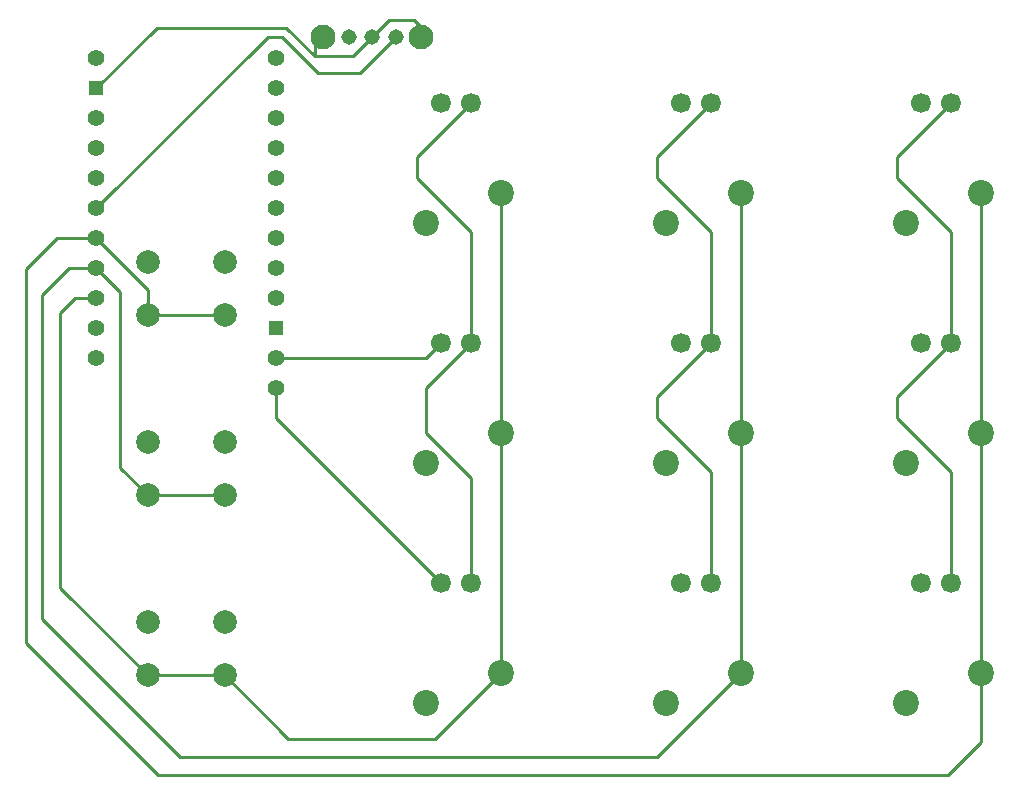
<source format=gtl>
%TF.GenerationSoftware,KiCad,Pcbnew,(6.0.7-1)-1*%
%TF.CreationDate,2022-08-28T23:25:23-04:00*%
%TF.ProjectId,Macro_Keyboard,4d616372-6f5f-44b6-9579-626f6172642e,1*%
%TF.SameCoordinates,Original*%
%TF.FileFunction,Copper,L1,Top*%
%TF.FilePolarity,Positive*%
%FSLAX46Y46*%
G04 Gerber Fmt 4.6, Leading zero omitted, Abs format (unit mm)*
G04 Created by KiCad (PCBNEW (6.0.7-1)-1) date 2022-08-28 23:25:23*
%MOMM*%
%LPD*%
G01*
G04 APERTURE LIST*
%TA.AperFunction,ComponentPad*%
%ADD10C,1.308000*%
%TD*%
%TA.AperFunction,ComponentPad*%
%ADD11C,2.100000*%
%TD*%
%TA.AperFunction,ComponentPad*%
%ADD12C,2.200000*%
%TD*%
%TA.AperFunction,ComponentPad*%
%ADD13C,1.690600*%
%TD*%
%TA.AperFunction,ComponentPad*%
%ADD14C,2.000000*%
%TD*%
%TA.AperFunction,ComponentPad*%
%ADD15C,1.422400*%
%TD*%
%TA.AperFunction,ComponentPad*%
%ADD16R,1.270000X1.270000*%
%TD*%
%TA.AperFunction,Conductor*%
%ADD17C,0.250000*%
%TD*%
G04 APERTURE END LIST*
D10*
%TO.P,SW13,1,A*%
%TO.N,SPDT1*%
X64548000Y-24892000D03*
%TO.P,SW13,2,B*%
%TO.N,GND*%
X66548000Y-24892000D03*
%TO.P,SW13,3,C*%
%TO.N,SPDT2*%
X68548000Y-24892000D03*
D11*
%TO.P,SW13,M1*%
%TO.N,GND*%
X62398000Y-24892000D03*
%TO.P,SW13,M2*%
X70698000Y-24892000D03*
%TD*%
D12*
%TO.P,SW7,1,1*%
%TO.N,COL1*%
X77470000Y-78740000D03*
%TO.P,SW7,2,2*%
%TO.N,Net-(D7-Pad2)*%
X71120000Y-81280000D03*
D13*
%TO.P,SW7,3,3*%
%TO.N,Net-(R1-Pad2)*%
X74930000Y-71120000D03*
%TO.P,SW7,4,4*%
%TO.N,LED_ROW3*%
X72390000Y-71120000D03*
%TD*%
D12*
%TO.P,SW8,1,1*%
%TO.N,COL2*%
X97790000Y-78740000D03*
%TO.P,SW8,2,2*%
%TO.N,Net-(D8-Pad2)*%
X91440000Y-81280000D03*
D13*
%TO.P,SW8,3,3*%
%TO.N,Net-(R2-Pad2)*%
X95250000Y-71120000D03*
%TO.P,SW8,4,4*%
%TO.N,LED_ROW3*%
X92710000Y-71120000D03*
%TD*%
D12*
%TO.P,SW2,1,1*%
%TO.N,COL2*%
X97790000Y-38100000D03*
%TO.P,SW2,2,2*%
%TO.N,Net-(D2-Pad2)*%
X91440000Y-40640000D03*
D13*
%TO.P,SW2,3,3*%
%TO.N,Net-(R2-Pad2)*%
X95250000Y-30480000D03*
%TO.P,SW2,4,4*%
%TO.N,LED_ROW1*%
X92710000Y-30480000D03*
%TD*%
D12*
%TO.P,SW6,1,1*%
%TO.N,COL3*%
X118110000Y-58420000D03*
%TO.P,SW6,2,2*%
%TO.N,Net-(D6-Pad2)*%
X111760000Y-60960000D03*
D13*
%TO.P,SW6,3,3*%
%TO.N,Net-(R3-Pad2)*%
X115570000Y-50800000D03*
%TO.P,SW6,4,4*%
%TO.N,LED_ROW2*%
X113030000Y-50800000D03*
%TD*%
D14*
%TO.P,SW11,1,1*%
%TO.N,Net-(D11-Pad2)*%
X54050000Y-59218000D03*
X47550000Y-59218000D03*
%TO.P,SW11,2,2*%
%TO.N,COL2*%
X54050000Y-63718000D03*
X47550000Y-63718000D03*
%TD*%
D12*
%TO.P,SW4,1,1*%
%TO.N,COL1*%
X77470000Y-58420000D03*
%TO.P,SW4,2,2*%
%TO.N,Net-(D4-Pad2)*%
X71120000Y-60960000D03*
D13*
%TO.P,SW4,3,3*%
%TO.N,Net-(R1-Pad2)*%
X74930000Y-50800000D03*
%TO.P,SW4,4,4*%
%TO.N,LED_ROW2*%
X72390000Y-50800000D03*
%TD*%
D12*
%TO.P,SW9,1,1*%
%TO.N,COL3*%
X118110000Y-78740000D03*
%TO.P,SW9,2,2*%
%TO.N,Net-(D9-Pad2)*%
X111760000Y-81280000D03*
D13*
%TO.P,SW9,3,3*%
%TO.N,Net-(R3-Pad2)*%
X115570000Y-71120000D03*
%TO.P,SW9,4,4*%
%TO.N,LED_ROW3*%
X113030000Y-71120000D03*
%TD*%
D12*
%TO.P,SW1,1,1*%
%TO.N,COL1*%
X77470000Y-38100000D03*
%TO.P,SW1,2,2*%
%TO.N,Net-(D1-Pad2)*%
X71120000Y-40640000D03*
D13*
%TO.P,SW1,3,3*%
%TO.N,Net-(R1-Pad2)*%
X74930000Y-30480000D03*
%TO.P,SW1,4,4*%
%TO.N,LED_ROW1*%
X72390000Y-30480000D03*
%TD*%
D12*
%TO.P,SW5,1,1*%
%TO.N,COL2*%
X97790000Y-58420000D03*
%TO.P,SW5,2,2*%
%TO.N,Net-(D5-Pad2)*%
X91440000Y-60960000D03*
D13*
%TO.P,SW5,3,3*%
%TO.N,Net-(R2-Pad2)*%
X95250000Y-50800000D03*
%TO.P,SW5,4,4*%
%TO.N,LED_ROW2*%
X92710000Y-50800000D03*
%TD*%
D14*
%TO.P,SW10,1,1*%
%TO.N,Net-(D10-Pad2)*%
X47550000Y-74458000D03*
X54050000Y-74458000D03*
%TO.P,SW10,2,2*%
%TO.N,COL1*%
X54050000Y-78958000D03*
X47550000Y-78958000D03*
%TD*%
D12*
%TO.P,SW3,1,1*%
%TO.N,COL3*%
X118110000Y-38100000D03*
%TO.P,SW3,2,2*%
%TO.N,Net-(D3-Pad2)*%
X111760000Y-40640000D03*
D13*
%TO.P,SW3,3,3*%
%TO.N,Net-(R3-Pad2)*%
X115570000Y-30480000D03*
%TO.P,SW3,4,4*%
%TO.N,LED_ROW1*%
X113030000Y-30480000D03*
%TD*%
D14*
%TO.P,SW12,1,1*%
%TO.N,Net-(D12-Pad2)*%
X54050000Y-43978000D03*
X47550000Y-43978000D03*
%TO.P,SW12,2,2*%
%TO.N,COL3*%
X47550000Y-48478000D03*
X54050000Y-48478000D03*
%TD*%
D15*
%TO.P,U1,1,VBAT*%
%TO.N,+BATT*%
X43180000Y-26733638D03*
D16*
%TO.P,U1,2,GND*%
%TO.N,GND*%
X43180000Y-29273638D03*
D15*
%TO.P,U1,3,5V*%
%TO.N,unconnected-(U1-Pad3)*%
X43180000Y-31813638D03*
%TO.P,U1,4,3V3*%
%TO.N,unconnected-(U1-Pad4)*%
X43180000Y-34353638D03*
%TO.P,U1,5,IO1*%
%TO.N,SPDT1*%
X43180000Y-36893638D03*
%TO.P,U1,6,IO2*%
%TO.N,SPDT2*%
X43180000Y-39433638D03*
%TO.P,U1,7,IO3*%
%TO.N,COL3*%
X43180000Y-41973638D03*
%TO.P,U1,8,IO4*%
%TO.N,COL2*%
X43180000Y-44513638D03*
%TO.P,U1,9,IO5*%
%TO.N,COL1*%
X43180000Y-47053638D03*
%TO.P,U1,10,IO21*%
%TO.N,unconnected-(U1-Pad10)*%
X43180000Y-49593638D03*
%TO.P,U1,11,IO0*%
%TO.N,unconnected-(U1-Pad11)*%
X43180000Y-52133638D03*
%TO.P,U1,12,RX*%
%TO.N,LED_ROW3*%
X58420000Y-54673638D03*
%TO.P,U1,13,TX*%
%TO.N,LED_ROW2*%
X58420000Y-52133638D03*
D16*
%TO.P,U1,14,GND*%
%TO.N,unconnected-(U1-Pad14)*%
X58420000Y-49593638D03*
D15*
%TO.P,U1,15,RST*%
%TO.N,unconnected-(U1-Pad15)*%
X58420000Y-47053638D03*
%TO.P,U1,16,IO6*%
%TO.N,ROW4*%
X58420000Y-44513638D03*
%TO.P,U1,17,IO7*%
%TO.N,ROW3*%
X58420000Y-41973638D03*
%TO.P,U1,18,IO8*%
%TO.N,ROW2*%
X58420000Y-39433638D03*
%TO.P,U1,19,IO9*%
%TO.N,ROW1*%
X58420000Y-36893638D03*
%TO.P,U1,20,IO34*%
%TO.N,LED_ROW1*%
X58420000Y-34353638D03*
%TO.P,U1,21,IO36*%
%TO.N,LED_COL1*%
X58420000Y-31813638D03*
%TO.P,U1,22,IO37*%
%TO.N,LED_COL2*%
X58420000Y-29273638D03*
%TO.P,U1,23,IO35*%
%TO.N,LED_COL3*%
X58420000Y-26733638D03*
%TD*%
D17*
%TO.N,GND*%
X67963000Y-23477000D02*
X70104000Y-23477000D01*
X66548000Y-24892000D02*
X67963000Y-23477000D01*
X70104000Y-23477000D02*
X70698000Y-24071000D01*
X70698000Y-24071000D02*
X70698000Y-24892000D01*
X61663660Y-26567000D02*
X61663660Y-25626340D01*
X61663660Y-25626340D02*
X62398000Y-24892000D01*
%TO.N,COL1*%
X77470000Y-38100000D02*
X77470000Y-58420000D01*
X41338362Y-47053638D02*
X43180000Y-47053638D01*
X54050000Y-78958000D02*
X47550000Y-78958000D01*
X47550000Y-78958000D02*
X40132000Y-71540000D01*
X40132000Y-48260000D02*
X41338362Y-47053638D01*
X77470000Y-58420000D02*
X77470000Y-78740000D01*
X40132000Y-71540000D02*
X40132000Y-48260000D01*
X77470000Y-78740000D02*
X71882000Y-84328000D01*
X71882000Y-84328000D02*
X59420000Y-84328000D01*
X59420000Y-84328000D02*
X54050000Y-78958000D01*
%TO.N,COL2*%
X38608000Y-74168000D02*
X38608000Y-46736000D01*
X38608000Y-46736000D02*
X40830362Y-44513638D01*
X90678000Y-85852000D02*
X50292000Y-85852000D01*
X47550000Y-63718000D02*
X54050000Y-63718000D01*
X97790000Y-58420000D02*
X97790000Y-78740000D01*
X97790000Y-78740000D02*
X90678000Y-85852000D01*
X40830362Y-44513638D02*
X43180000Y-44513638D01*
X47550000Y-63718000D02*
X45212000Y-61380000D01*
X45212000Y-46545638D02*
X43180000Y-44513638D01*
X97790000Y-38100000D02*
X97790000Y-58420000D01*
X50292000Y-85852000D02*
X38608000Y-74168000D01*
X45212000Y-61380000D02*
X45212000Y-46545638D01*
%TO.N,GND*%
X59238660Y-24142000D02*
X61663660Y-26567000D01*
X61663660Y-26567000D02*
X64873000Y-26567000D01*
X64873000Y-26567000D02*
X66548000Y-24892000D01*
X43180000Y-29273638D02*
X48311638Y-24142000D01*
X48311638Y-24142000D02*
X59238660Y-24142000D01*
%TO.N,COL3*%
X118110000Y-38100000D02*
X118110000Y-58420000D01*
X47550000Y-46343638D02*
X47550000Y-48478000D01*
X37193000Y-76202550D02*
X48366451Y-87376000D01*
X43180000Y-41973638D02*
X47550000Y-46343638D01*
X37193000Y-76202550D02*
X37193000Y-44595000D01*
X115316000Y-87376000D02*
X48366451Y-87376000D01*
X39814362Y-41973638D02*
X43180000Y-41973638D01*
X118110000Y-58420000D02*
X118110000Y-78740000D01*
X118110000Y-84582000D02*
X115316000Y-87376000D01*
X118110000Y-78740000D02*
X118110000Y-84582000D01*
X37193000Y-44595000D02*
X39814362Y-41973638D01*
X47550000Y-48478000D02*
X54050000Y-48478000D01*
%TO.N,SPDT2*%
X61976000Y-27940000D02*
X65500000Y-27940000D01*
X57721638Y-24892000D02*
X58928000Y-24892000D01*
X65500000Y-27940000D02*
X68548000Y-24892000D01*
X43180000Y-39433638D02*
X57721638Y-24892000D01*
X58928000Y-24892000D02*
X61976000Y-27940000D01*
%TO.N,LED_ROW3*%
X58420000Y-54673638D02*
X58420000Y-57150000D01*
X58420000Y-57150000D02*
X72390000Y-71120000D01*
%TO.N,LED_ROW2*%
X58420000Y-52133638D02*
X71056362Y-52133638D01*
X71056362Y-52133638D02*
X72390000Y-50800000D01*
%TO.N,Net-(R1-Pad2)*%
X71120000Y-58420000D02*
X74930000Y-62230000D01*
X74930000Y-62230000D02*
X74930000Y-71120000D01*
X74930000Y-41479522D02*
X74930000Y-50800000D01*
X70351482Y-36901004D02*
X74930000Y-41479522D01*
X74930000Y-30480000D02*
X70351482Y-35058518D01*
X74930000Y-50800000D02*
X71120000Y-54610000D01*
X71120000Y-54610000D02*
X71120000Y-58420000D01*
X70351482Y-35058518D02*
X70351482Y-36901004D01*
%TO.N,Net-(R2-Pad2)*%
X95250000Y-30480000D02*
X90671482Y-35058518D01*
X90671482Y-57221004D02*
X95250000Y-61799522D01*
X90671482Y-55378518D02*
X90671482Y-57221004D01*
X90671482Y-36901004D02*
X95250000Y-41479522D01*
X90671482Y-35058518D02*
X90671482Y-36901004D01*
X95250000Y-61799522D02*
X95250000Y-71120000D01*
X95250000Y-50800000D02*
X90671482Y-55378518D01*
X95250000Y-41479522D02*
X95250000Y-50800000D01*
%TO.N,Net-(R3-Pad2)*%
X115570000Y-50800000D02*
X110991482Y-55378518D01*
X115570000Y-30480000D02*
X110991482Y-35058518D01*
X115570000Y-61799522D02*
X115570000Y-71120000D01*
X110991482Y-35058518D02*
X110991482Y-36901004D01*
X110991482Y-36901004D02*
X115570000Y-41479522D01*
X110991482Y-55378518D02*
X110991482Y-57221004D01*
X110991482Y-57221004D02*
X115570000Y-61799522D01*
X115570000Y-41479522D02*
X115570000Y-50800000D01*
%TD*%
M02*

</source>
